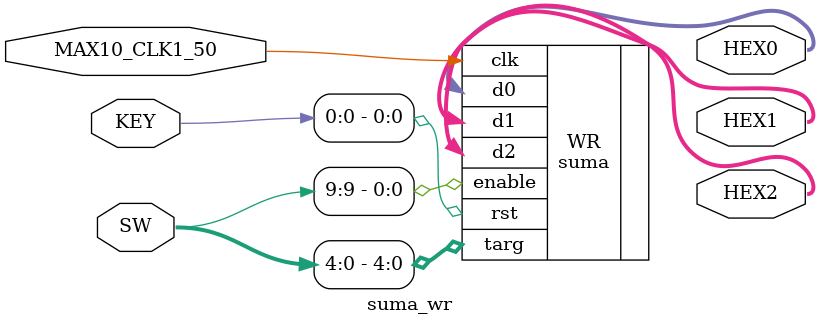
<source format=v>
module suma_wr (
	input MAX10_CLK1_50,
	input [1:0] KEY,
	input [9:0] SW,
	output [0:6] HEX0,HEX1,HEX2
);

	suma WR (
		.clk(MAX10_CLK1_50),
		.rst(KEY[0]),
		.enable(SW[9]),
		.targ(SW[4:0]),
		.d0(HEX0),
		.d1(HEX1),
		.d2(HEX2)
	);
	
endmodule
</source>
